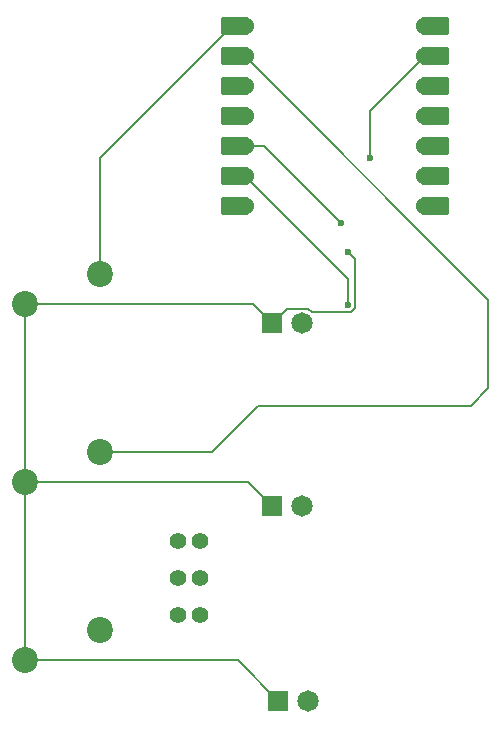
<source format=gbr>
%TF.GenerationSoftware,KiCad,Pcbnew,9.0.2*%
%TF.CreationDate,2025-07-06T13:36:05-04:00*%
%TF.ProjectId,Fidget!!!,46696467-6574-4212-9121-2e6b69636164,rev?*%
%TF.SameCoordinates,Original*%
%TF.FileFunction,Copper,L1,Top*%
%TF.FilePolarity,Positive*%
%FSLAX46Y46*%
G04 Gerber Fmt 4.6, Leading zero omitted, Abs format (unit mm)*
G04 Created by KiCad (PCBNEW 9.0.2) date 2025-07-06 13:36:05*
%MOMM*%
%LPD*%
G01*
G04 APERTURE LIST*
G04 Aperture macros list*
%AMRoundRect*
0 Rectangle with rounded corners*
0 $1 Rounding radius*
0 $2 $3 $4 $5 $6 $7 $8 $9 X,Y pos of 4 corners*
0 Add a 4 corners polygon primitive as box body*
4,1,4,$2,$3,$4,$5,$6,$7,$8,$9,$2,$3,0*
0 Add four circle primitives for the rounded corners*
1,1,$1+$1,$2,$3*
1,1,$1+$1,$4,$5*
1,1,$1+$1,$6,$7*
1,1,$1+$1,$8,$9*
0 Add four rect primitives between the rounded corners*
20,1,$1+$1,$2,$3,$4,$5,0*
20,1,$1+$1,$4,$5,$6,$7,0*
20,1,$1+$1,$6,$7,$8,$9,0*
20,1,$1+$1,$8,$9,$2,$3,0*%
G04 Aperture macros list end*
%TA.AperFunction,SMDPad,CuDef*%
%ADD10RoundRect,0.152400X1.063600X0.609600X-1.063600X0.609600X-1.063600X-0.609600X1.063600X-0.609600X0*%
%TD*%
%TA.AperFunction,ComponentPad*%
%ADD11C,1.524000*%
%TD*%
%TA.AperFunction,SMDPad,CuDef*%
%ADD12RoundRect,0.152400X-1.063600X-0.609600X1.063600X-0.609600X1.063600X0.609600X-1.063600X0.609600X0*%
%TD*%
%TA.AperFunction,ComponentPad*%
%ADD13C,2.200000*%
%TD*%
%TA.AperFunction,ComponentPad*%
%ADD14C,1.400000*%
%TD*%
%TA.AperFunction,ComponentPad*%
%ADD15R,1.815000X1.815000*%
%TD*%
%TA.AperFunction,ComponentPad*%
%ADD16C,1.815000*%
%TD*%
%TA.AperFunction,ViaPad*%
%ADD17C,0.600000*%
%TD*%
%TA.AperFunction,Conductor*%
%ADD18C,0.200000*%
%TD*%
G04 APERTURE END LIST*
D10*
%TO.P,U1,1,GPIO26/ADC0/A0*%
%TO.N,button1*%
X69545000Y-20880000D03*
D11*
X70380000Y-20880000D03*
D10*
%TO.P,U1,2,GPIO27/ADC1/A1*%
%TO.N,button2*%
X69545000Y-23420000D03*
D11*
X70380000Y-23420000D03*
D10*
%TO.P,U1,3,GPIO28/ADC2/A2*%
%TO.N,button3*%
X69545000Y-25960000D03*
D11*
X70380000Y-25960000D03*
D10*
%TO.P,U1,4,GPIO29/ADC3/A3*%
%TO.N,led1*%
X69545000Y-28500000D03*
D11*
X70380000Y-28500000D03*
D10*
%TO.P,U1,5,GPIO6/SDA*%
%TO.N,led2*%
X69545000Y-31040000D03*
D11*
X70380000Y-31040000D03*
D10*
%TO.P,U1,6,GPIO7/SCL*%
%TO.N,led3*%
X69545000Y-33580000D03*
D11*
X70380000Y-33580000D03*
D10*
%TO.P,U1,7,GPIO0/TX*%
%TO.N,unconnected-(U1-GPIO0{slash}TX-Pad7)*%
X69545000Y-36120000D03*
D11*
X70380000Y-36120000D03*
%TO.P,U1,8,GPIO1/RX*%
%TO.N,unconnected-(U1-GPIO1{slash}RX-Pad8)*%
X85620000Y-36120000D03*
D12*
X86455000Y-36120000D03*
D11*
%TO.P,U1,9,GPIO2/SCK*%
%TO.N,unconnected-(U1-GPIO2{slash}SCK-Pad9)*%
X85620000Y-33580000D03*
D12*
X86455000Y-33580000D03*
D11*
%TO.P,U1,10,GPIO4/MISO*%
%TO.N,unconnected-(U1-GPIO4{slash}MISO-Pad10)*%
X85620000Y-31040000D03*
D12*
X86455000Y-31040000D03*
D11*
%TO.P,U1,11,GPIO3/MOSI*%
%TO.N,unconnected-(U1-GPIO3{slash}MOSI-Pad11)*%
X85620000Y-28500000D03*
D12*
X86455000Y-28500000D03*
D11*
%TO.P,U1,12,3V3*%
%TO.N,unconnected-(U1-3V3-Pad12)*%
X85620000Y-25960000D03*
D12*
X86455000Y-25960000D03*
D11*
%TO.P,U1,13,GND*%
%TO.N,GND*%
X85620000Y-23420000D03*
D12*
X86455000Y-23420000D03*
D11*
%TO.P,U1,14,VBUS*%
%TO.N,unconnected-(U1-VBUS-Pad14)*%
X85620000Y-20880000D03*
D12*
X86455000Y-20880000D03*
%TD*%
D13*
%TO.P,SW3,1,1*%
%TO.N,button3*%
X58120000Y-72010000D03*
%TO.P,SW3,2,2*%
%TO.N,GND*%
X51770000Y-74550000D03*
%TD*%
%TO.P,SW2,1,1*%
%TO.N,button2*%
X58120000Y-56920000D03*
%TO.P,SW2,2,2*%
%TO.N,GND*%
X51770000Y-59460000D03*
%TD*%
%TO.P,SW1,1,1*%
%TO.N,button1*%
X58120000Y-41830000D03*
%TO.P,SW1,2,2*%
%TO.N,GND*%
X51770000Y-44370000D03*
%TD*%
D14*
%TO.P,R3,1*%
%TO.N,Net-(D3-PadA)*%
X64700000Y-70730000D03*
%TO.P,R3,2*%
%TO.N,led3*%
X66600000Y-70730000D03*
%TD*%
%TO.P,R2,1*%
%TO.N,Net-(D2-PadA)*%
X64700000Y-67580000D03*
%TO.P,R2,2*%
%TO.N,led2*%
X66600000Y-67580000D03*
%TD*%
%TO.P,R1,1*%
%TO.N,Net-(D1-PadA)*%
X64700000Y-64430000D03*
%TO.P,R1,2*%
%TO.N,led1*%
X66600000Y-64430000D03*
%TD*%
D15*
%TO.P,D3,C*%
%TO.N,GND*%
X73230000Y-78000000D03*
D16*
%TO.P,D3,A*%
%TO.N,Net-(D3-PadA)*%
X75770000Y-78000000D03*
%TD*%
D15*
%TO.P,D2,C*%
%TO.N,GND*%
X72730000Y-61500000D03*
D16*
%TO.P,D2,A*%
%TO.N,Net-(D2-PadA)*%
X75270000Y-61500000D03*
%TD*%
D15*
%TO.P,D1,C*%
%TO.N,GND*%
X72730000Y-46000000D03*
D16*
%TO.P,D1,A*%
%TO.N,Net-(D1-PadA)*%
X75270000Y-46000000D03*
%TD*%
D17*
%TO.N,GND*%
X79100000Y-40000000D03*
X81000000Y-32000000D03*
%TO.N,led3*%
X70380000Y-33580000D03*
X79100000Y-44500000D03*
%TO.N,led2*%
X78500000Y-37500000D03*
X70380000Y-31040000D03*
%TD*%
D18*
%TO.N,GND*%
X73938500Y-44791500D02*
X72730000Y-46000000D01*
X76080078Y-45101000D02*
X75770578Y-44791500D01*
X79348943Y-45101000D02*
X76080078Y-45101000D01*
X79701000Y-44748943D02*
X79348943Y-45101000D01*
X79701000Y-40601000D02*
X79701000Y-44748943D01*
X79100000Y-40000000D02*
X79701000Y-40601000D01*
X75770578Y-44791500D02*
X73938500Y-44791500D01*
X81000000Y-28040000D02*
X81000000Y-32000000D01*
X85620000Y-23420000D02*
X81000000Y-28040000D01*
%TO.N,led3*%
X79100000Y-42300000D02*
X70380000Y-33580000D01*
X79100000Y-44500000D02*
X79100000Y-42300000D01*
%TO.N,led2*%
X72040000Y-31040000D02*
X70380000Y-31040000D01*
X78500000Y-37500000D02*
X72040000Y-31040000D01*
%TO.N,button2*%
X91000000Y-44040000D02*
X70380000Y-23420000D01*
X89500000Y-53000000D02*
X91000000Y-51500000D01*
X67580000Y-56920000D02*
X71500000Y-53000000D01*
X91000000Y-51500000D02*
X91000000Y-44040000D01*
X71500000Y-53000000D02*
X89500000Y-53000000D01*
X58120000Y-56920000D02*
X67580000Y-56920000D01*
%TO.N,button1*%
X69302370Y-20880000D02*
X70380000Y-20880000D01*
X58120000Y-32062370D02*
X69302370Y-20880000D01*
X58120000Y-41830000D02*
X58120000Y-32062370D01*
%TO.N,GND*%
X69780000Y-74550000D02*
X73230000Y-78000000D01*
X51770000Y-74550000D02*
X69780000Y-74550000D01*
X70690000Y-59460000D02*
X72730000Y-61500000D01*
X51770000Y-59460000D02*
X70690000Y-59460000D01*
X51770000Y-59460000D02*
X51770000Y-74550000D01*
X51770000Y-44370000D02*
X51770000Y-59460000D01*
X71100000Y-44370000D02*
X72730000Y-46000000D01*
X51770000Y-44370000D02*
X71100000Y-44370000D01*
%TD*%
M02*

</source>
